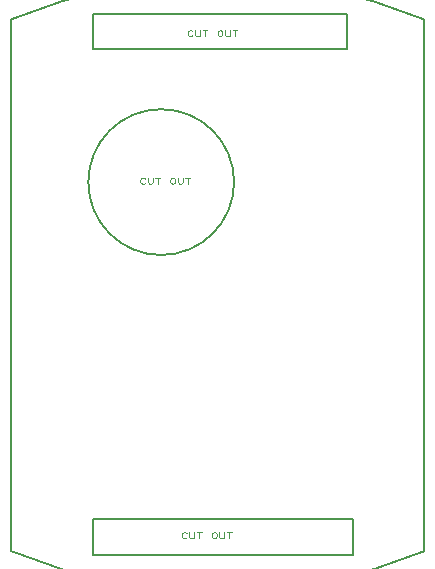
<source format=gbr>
%FSLAX23Y23*%
%MOIN*%
G04 EasyPC Gerber Version 16.0.6 Build 3249 *
%ADD10C,0.00100*%
%ADD12C,0.00500*%
X0Y0D02*
D02*
D10*
X4530Y5420D02*
X4528Y5418D01*
X4525Y5417*
X4521*
X4517Y5418*
X4516Y5420*
X4514Y5423*
Y5429*
X4516Y5432*
X4517Y5434*
X4521Y5435*
X4525*
X4528Y5434*
X4530Y5432*
X4539Y5435D02*
Y5421D01*
X4541Y5418*
X4544Y5417*
X4550*
X4553Y5418*
X4555Y5421*
Y5435*
X4572Y5417D02*
Y5435D01*
X4564D02*
X4580D01*
X4614Y5423D02*
Y5429D01*
X4616Y5432*
X4617Y5434*
X4621Y5435*
X4624*
X4627Y5434*
X4628Y5432*
X4630Y5429*
Y5423*
X4628Y5420*
X4627Y5418*
X4624Y5417*
X4621*
X4617Y5418*
X4616Y5420*
X4614Y5423*
X4639Y5435D02*
Y5421D01*
X4641Y5418*
X4644Y5417*
X4650*
X4653Y5418*
X4655Y5421*
Y5435*
X4672Y5417D02*
Y5435D01*
X4664D02*
X4680D01*
X4668Y4239D02*
X4666Y4237D01*
X4663Y4236*
X4658*
X4655Y4237*
X4654Y4239*
X4652Y4242*
Y4248*
X4654Y4251*
X4655Y4253*
X4658Y4254*
X4663*
X4666Y4253*
X4668Y4251*
X4677Y4254D02*
Y4240D01*
X4679Y4237*
X4682Y4236*
X4688*
X4691Y4237*
X4693Y4240*
Y4254*
X4710Y4236D02*
Y4254D01*
X4702D02*
X4718D01*
X4752Y4242D02*
Y4248D01*
X4754Y4251*
X4755Y4253*
X4758Y4254*
X4761*
X4765Y4253*
X4766Y4251*
X4768Y4248*
Y4242*
X4766Y4239*
X4765Y4237*
X4761Y4236*
X4758*
X4755Y4237*
X4754Y4239*
X4752Y4242*
X4777Y4254D02*
Y4240D01*
X4779Y4237*
X4782Y4236*
X4788*
X4791Y4237*
X4793Y4240*
Y4254*
X4810Y4236D02*
Y4254D01*
X4802D02*
X4818D01*
X4687Y5912D02*
X4686Y5910D01*
X4683Y5909*
X4678*
X4675Y5910*
X4673Y5912*
X4672Y5915*
Y5921*
X4673Y5924*
X4675Y5926*
X4678Y5928*
X4683*
X4686Y5926*
X4687Y5924*
X4697Y5928D02*
Y5913D01*
X4698Y5910*
X4701Y5909*
X4708*
X4711Y5910*
X4712Y5913*
Y5928*
X4730Y5909D02*
Y5928D01*
X4722D02*
X4737D01*
X4772Y5915D02*
Y5921D01*
X4773Y5924*
X4775Y5926*
X4778Y5928*
X4781*
X4784Y5926*
X4786Y5924*
X4787Y5921*
Y5915*
X4786Y5912*
X4784Y5910*
X4781Y5909*
X4778*
X4775Y5910*
X4773Y5912*
X4772Y5915*
X4797Y5928D02*
Y5913D01*
X4798Y5910*
X4801Y5909*
X4808*
X4811Y5910*
X4812Y5913*
Y5928*
X4830Y5909D02*
Y5928D01*
X4822D02*
X4837D01*
D02*
D12*
X4083Y4192D02*
G75*
G03X5460I689J1663D01*
G01*
Y5964*
G75*
G03X4083I-689J-1663*
G01*
Y4192*
X4357Y4298D02*
X5223D01*
Y4180*
X4357*
Y4298*
Y5983D02*
X5203D01*
Y5865*
X4357*
Y5983*
X4583Y5665D02*
G75*
G03Y5179J-243D01*
G01*
G75*
G03Y5665J243*
G01*
X0Y0D02*
M02*

</source>
